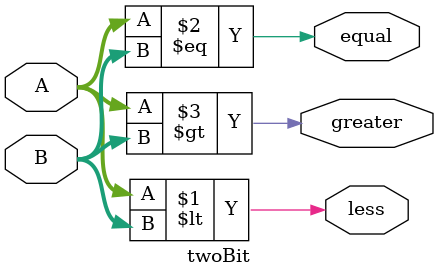
<source format=v>
module oneBit(input wire A, input wire B, output wire less, output wire equal, output wire greater);
    assign less = A < B;
    assign equal = A == B;
    assign greater = A > B;
endmodule

module twoBit(input [1:0] A, input [1:0] B, output wire less, output wire equal, output wire greater);
    assign less = A < B;
    assign equal = A == B;
    assign greater = A > B;
endmodule
</source>
